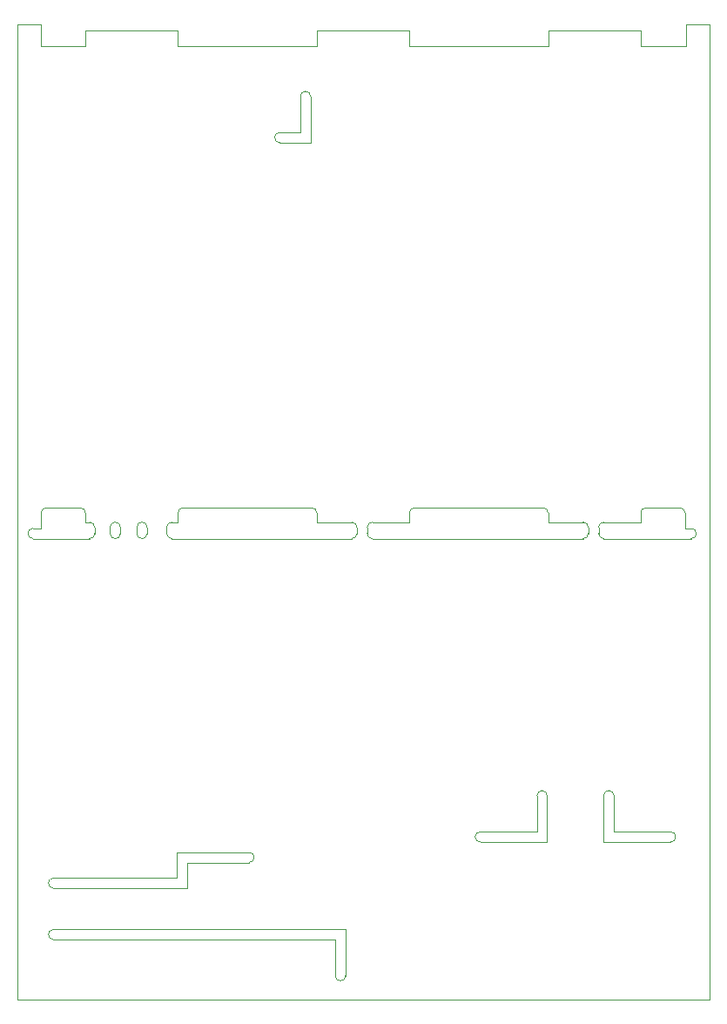
<source format=gbr>
%TF.GenerationSoftware,KiCad,Pcbnew,(5.1.5)-3*%
%TF.CreationDate,2021-07-21T11:08:43+02:00*%
%TF.ProjectId,cece-pcb,63656365-2d70-4636-922e-6b696361645f,rev?*%
%TF.SameCoordinates,Original*%
%TF.FileFunction,Profile,NP*%
%FSLAX46Y46*%
G04 Gerber Fmt 4.6, Leading zero omitted, Abs format (unit mm)*
G04 Created by KiCad (PCBNEW (5.1.5)-3) date 2021-07-21 11:08:43*
%MOMM*%
%LPD*%
G04 APERTURE LIST*
%TA.AperFunction,Profile*%
%ADD10C,0.050000*%
%TD*%
%TA.AperFunction,Profile*%
%ADD11C,0.100000*%
%TD*%
G04 APERTURE END LIST*
D10*
X138100000Y-69400000D02*
X138100000Y-68500000D01*
X134500000Y-69400000D02*
X138100000Y-69400000D01*
X129100000Y-69400000D02*
X129100000Y-68500000D01*
X132500000Y-69400000D02*
X129100000Y-69400000D01*
X151600000Y-69400000D02*
X151600000Y-68500000D01*
X155000000Y-69400000D02*
X151600000Y-69400000D01*
X160600000Y-69400000D02*
X157000000Y-69400000D01*
X160600000Y-68500000D02*
X160600000Y-69400000D01*
X112600000Y-70500000D02*
G75*
G02X111600000Y-70500000I-500000J0D01*
G01*
X111600000Y-69900000D02*
G75*
G02X112600000Y-69900000I500000J0D01*
G01*
X112600000Y-69900000D02*
X112600000Y-70500000D01*
X111600000Y-69900000D02*
X111600000Y-70500000D01*
X110000000Y-69900000D02*
X110000000Y-70500000D01*
X109000000Y-69900000D02*
X109000000Y-70500000D01*
X109000000Y-69900000D02*
G75*
G02X110000000Y-69900000I500000J0D01*
G01*
X110000000Y-70500000D02*
G75*
G02X109000000Y-70500000I-500000J0D01*
G01*
X107500000Y-69900000D02*
X107500000Y-70500000D01*
X107000000Y-69400000D02*
G75*
G02X107500000Y-69900000I0J-500000D01*
G01*
X114500000Y-69900000D02*
X114500000Y-70500000D01*
X114500000Y-69900000D02*
G75*
G02X115000000Y-69400000I500000J0D01*
G01*
X115000000Y-71000000D02*
G75*
G02X114500000Y-70500000I0J500000D01*
G01*
X155000000Y-69400000D02*
G75*
G02X155500000Y-69900000I0J-500000D01*
G01*
X155500000Y-70500000D02*
G75*
G02X155000000Y-71000000I-500000J0D01*
G01*
X157000000Y-71000000D02*
G75*
G02X156500000Y-70500000I0J500000D01*
G01*
X156500000Y-69900000D02*
G75*
G02X157000000Y-69400000I500000J0D01*
G01*
X155500000Y-70500000D02*
X155500000Y-69900000D01*
X156500000Y-70500000D02*
X156500000Y-69900000D01*
X134000000Y-70500000D02*
X134000000Y-69900000D01*
X134500000Y-71000000D02*
G75*
G02X134000000Y-70500000I0J500000D01*
G01*
X134000000Y-69900000D02*
G75*
G02X134500000Y-69400000I500000J0D01*
G01*
X133000000Y-70500000D02*
X133000000Y-69900000D01*
X133000000Y-70500000D02*
G75*
G02X132500000Y-71000000I-500000J0D01*
G01*
X132500000Y-69400000D02*
G75*
G02X133000000Y-69900000I0J-500000D01*
G01*
X106600000Y-69400000D02*
X106600000Y-68500000D01*
X102300000Y-68500000D02*
X102300000Y-70000000D01*
X164900000Y-68500000D02*
X164900000Y-70000000D01*
X160600000Y-68500000D02*
G75*
G02X161100000Y-68000000I500000J0D01*
G01*
X115600000Y-68500000D02*
X115600000Y-69400000D01*
X116100000Y-68000000D02*
X128600000Y-68000000D01*
X115600000Y-68500000D02*
G75*
G02X116100000Y-68000000I500000J0D01*
G01*
X128600000Y-68000000D02*
G75*
G02X129100000Y-68500000I0J-500000D01*
G01*
X132500000Y-71000000D02*
X115000000Y-71000000D01*
X151100000Y-68000000D02*
G75*
G02X151600000Y-68500000I0J-500000D01*
G01*
X155000000Y-71000000D02*
X134500000Y-71000000D01*
X138100000Y-68500000D02*
G75*
G02X138600000Y-68000000I500000J0D01*
G01*
X138600000Y-68000000D02*
X151100000Y-68000000D01*
X165500000Y-70000000D02*
G75*
G02X165500000Y-71000000I0J-500000D01*
G01*
X165500000Y-71000000D02*
X157000000Y-71000000D01*
X164900000Y-70000000D02*
X165500000Y-70000000D01*
X161100000Y-68000000D02*
X164400000Y-68000000D01*
X164400000Y-68000000D02*
G75*
G02X164900000Y-68500000I0J-500000D01*
G01*
X106600000Y-69400000D02*
X107000000Y-69400000D01*
X102300000Y-70000000D02*
X101500000Y-70000000D01*
X106100000Y-68000000D02*
G75*
G02X106600000Y-68500000I0J-500000D01*
G01*
X102300000Y-68500000D02*
G75*
G02X102800000Y-68000000I500000J0D01*
G01*
X102800000Y-68000000D02*
X106100000Y-68000000D01*
X107000000Y-71000000D02*
X101500000Y-71000000D01*
X107500000Y-70500000D02*
G75*
G02X107000000Y-71000000I-500000J0D01*
G01*
X101500000Y-71000000D02*
G75*
G02X101500000Y-70000000I0J500000D01*
G01*
X115000000Y-69400000D02*
X115600000Y-69400000D01*
X127500000Y-28000000D02*
G75*
G02X128500000Y-28000000I500000J0D01*
G01*
X125500000Y-32500000D02*
G75*
G02X125500000Y-31500000I0J500000D01*
G01*
D11*
X128500000Y-28000000D02*
X128500000Y-32500000D01*
X127500000Y-31500000D02*
X127500000Y-28000000D01*
X125500000Y-31500000D02*
X127500000Y-31500000D01*
X128500000Y-32500000D02*
X125500000Y-32500000D01*
D10*
X158000000Y-99500000D02*
X158000000Y-96000000D01*
X158000000Y-96000000D02*
G75*
G03X157000000Y-96000000I-500000J0D01*
G01*
X157000000Y-100500000D02*
X157000000Y-96000000D01*
X163500000Y-99500000D02*
X158000000Y-99500000D01*
X163500000Y-100500000D02*
G75*
G03X163500000Y-99500000I0J500000D01*
G01*
X163500000Y-100500000D02*
X157000000Y-100500000D01*
X150500000Y-96000000D02*
G75*
G02X151500000Y-96000000I500000J0D01*
G01*
X151500000Y-100500000D02*
X151500000Y-96000000D01*
X145000000Y-100500000D02*
X151500000Y-100500000D01*
X150500000Y-99500000D02*
X150500000Y-96000000D01*
X145000000Y-99500000D02*
X150500000Y-99500000D01*
X145000000Y-100500000D02*
G75*
G02X145000000Y-99500000I0J500000D01*
G01*
X115500000Y-101500000D02*
X122500000Y-101500000D01*
X115500000Y-104000000D02*
X115500000Y-101500000D01*
X116500000Y-102500000D02*
X122500000Y-102500000D01*
X116500000Y-105000000D02*
X116500000Y-102500000D01*
X122500000Y-101500000D02*
G75*
G02X122500000Y-102500000I0J-500000D01*
G01*
X103500000Y-105000000D02*
X116500000Y-105000000D01*
X115500000Y-104000000D02*
X103500000Y-104000000D01*
X103500000Y-105000000D02*
G75*
G02X103500000Y-104000000I0J500000D01*
G01*
X131900000Y-113500000D02*
G75*
G02X130900000Y-113500000I-500000J0D01*
G01*
X130900000Y-110000000D02*
X130900000Y-113500000D01*
X131900000Y-109000000D02*
X131900000Y-113500000D01*
X103500000Y-110000000D02*
X130900000Y-110000000D01*
X103500000Y-109000000D02*
X131900000Y-109000000D01*
X103500000Y-110000000D02*
G75*
G02X103500000Y-109000000I0J500000D01*
G01*
X165000000Y-21000000D02*
X167300000Y-21000000D01*
X165000000Y-23100000D02*
X165000000Y-21000000D01*
X160600000Y-23100000D02*
X165000000Y-23100000D01*
X160600000Y-21600000D02*
X160600000Y-23100000D01*
X151600000Y-21600000D02*
X160600000Y-21600000D01*
X151600000Y-23100000D02*
X151600000Y-21600000D01*
X138100000Y-23100000D02*
X151600000Y-23100000D01*
X138100000Y-21600000D02*
X138100000Y-23100000D01*
X129100000Y-21600000D02*
X138100000Y-21600000D01*
X129100000Y-21700000D02*
X129100000Y-21600000D01*
X129100000Y-23100000D02*
X129100000Y-21700000D01*
X115600000Y-23100000D02*
X129100000Y-23100000D01*
X115600000Y-21600000D02*
X115600000Y-23100000D01*
X106600000Y-21600000D02*
X115600000Y-21600000D01*
X106600000Y-21700000D02*
X106600000Y-21600000D01*
X106600000Y-23100000D02*
X106600000Y-21700000D01*
X102300000Y-23100000D02*
X106600000Y-23100000D01*
X102300000Y-21000000D02*
X102300000Y-23100000D01*
X167300000Y-70000000D02*
X167300000Y-21000000D01*
X100000000Y-21000000D02*
X100000000Y-70000000D01*
X100000000Y-21000000D02*
X102300000Y-21000000D01*
X100000000Y-115800000D02*
X100000000Y-70000000D01*
X167300000Y-115800000D02*
X100000000Y-115800000D01*
X167300000Y-70000000D02*
X167300000Y-115800000D01*
M02*

</source>
